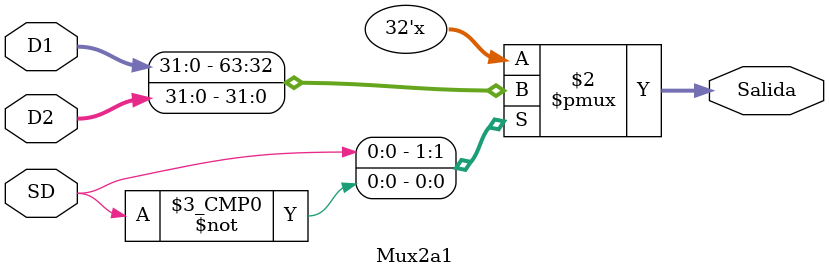
<source format=v>
module Mux2a1(
				input [31:0]D1,
				input [31:0]D2,
				input SD,
				output reg [31:0]Salida);
	always@*
		begin
			case(SD)
				1'b1: Salida = D1;
				1'b0: Salida = D2;
				default: Salida = D1;
			endcase
		end
endmodule
</source>
